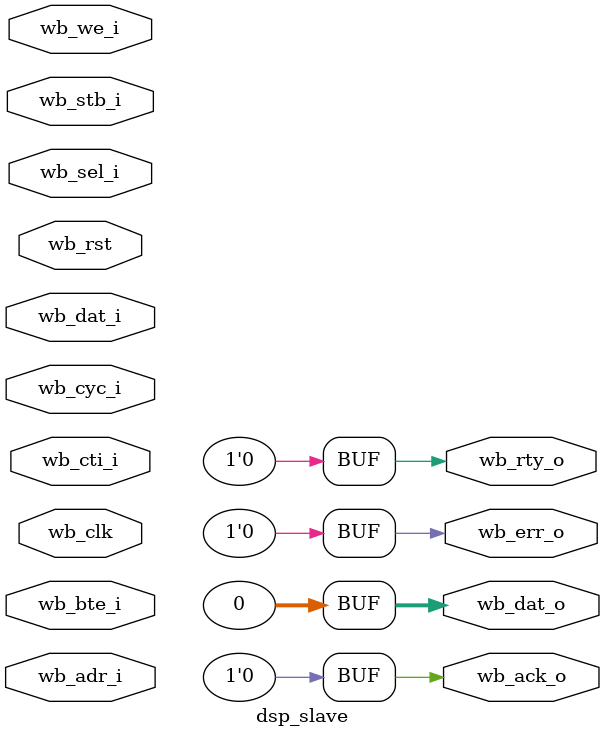
<source format=v>

module dsp_slave (/*AUTOARG*/
   // Outputs
   wb_dat_o, wb_ack_o, wb_err_o, wb_rty_o,
   // Inputs
   wb_clk, wb_rst, wb_adr_i, wb_dat_i, wb_sel_i, wb_we_i, wb_cyc_i,
   wb_stb_i, wb_cti_i, wb_bte_i
   ) ;

   parameter dw = 32;
   parameter aw = 32;
   parameter DEBUG = 0;

   input wb_clk;
   input wb_rst;

   input wire [aw-1:0] wb_adr_i;
   input wire [dw-1:0] wb_dat_i;
   input wire [3:0]    wb_sel_i;
   input wire          wb_we_i ;
   input wire          wb_cyc_i;
   input wire          wb_stb_i;
   input wire [2:0]    wb_cti_i;
   input wire [1:0]    wb_bte_i;

   output reg [dw-1:0] wb_dat_o;
   output reg          wb_ack_o;
   output reg          wb_err_o;
   output reg          wb_rty_o;

   initial begin
      wb_dat_o <= 0;
      wb_ack_o <= 0;
      wb_err_o <= 0;
      wb_rty_o <= 0;
   end

endmodule // dsp_slave

</source>
